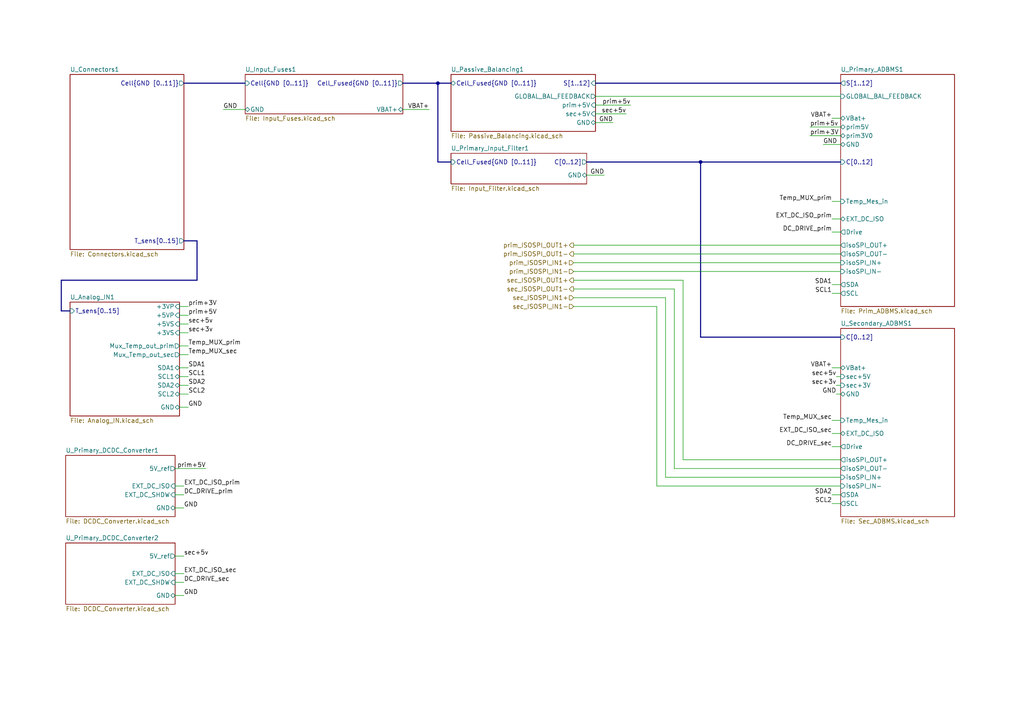
<source format=kicad_sch>
(kicad_sch (version 20230121) (generator eeschema)
  (paper "A4")
  (lib_symbols)
  (junction (at 203.2 46.99))
  (junction (at 127 24.13))
  (bus (pts (xy 127 24.13) (xy 130.81 24.13)))
  (wire (pts (xy 170.18 50.8) (xy 175.26 50.8)))
  (wire (pts (xy 50.8 147.32) (xy 53.34 147.32)))
  (wire (pts (xy 241.3 121.92) (xy 243.84 121.92)))
  (bus (pts (xy 127 46.99) (xy 130.81 46.99)))
  (wire (pts (xy 52.07 96.52) (xy 54.61 96.52)))
  (wire (pts (xy 241.3 82.55) (xy 243.84 82.55)))
  (bus (pts (xy 203.2 46.99) (xy 243.84 46.99)))
  (wire (pts (xy 52.07 91.44) (xy 54.61 91.44)))
  (wire (pts (xy 172.72 35.56) (xy 177.8 35.56)))
  (wire (pts (xy 50.8 140.97) (xy 53.34 140.97)))
  (bus (pts (xy 203.2 97.79) (xy 243.84 97.79)))
  (bus (pts (xy 53.34 24.13) (xy 71.12 24.13)))
  (wire (pts (xy 166.37 76.2) (xy 243.84 76.2)))
  (wire (pts (xy 241.3 34.29) (xy 243.84 34.29)))
  (bus (pts (xy 53.34 69.85) (xy 57.15 69.85)))
  (wire (pts (xy 241.3 63.5) (xy 243.84 63.5)))
  (wire (pts (xy 241.3 129.54) (xy 243.84 129.54)))
  (wire (pts (xy 198.12 81.28) (xy 198.12 133.35)))
  (wire (pts (xy 242.57 111.76) (xy 243.84 111.76)))
  (wire (pts (xy 166.37 86.36) (xy 193.04 86.36)))
  (wire (pts (xy 241.3 106.68) (xy 243.84 106.68)))
  (wire (pts (xy 52.07 106.68) (xy 54.61 106.68)))
  (wire (pts (xy 242.57 114.3) (xy 243.84 114.3)))
  (bus (pts (xy 127 24.13) (xy 127 46.99)))
  (bus (pts (xy 17.78 90.17) (xy 20.32 90.17)))
  (bus (pts (xy 57.15 69.85) (xy 57.15 81.28)))
  (wire (pts (xy 234.95 39.37) (xy 243.84 39.37)))
  (wire (pts (xy 50.8 168.91) (xy 53.34 168.91)))
  (wire (pts (xy 241.3 125.73) (xy 243.84 125.73)))
  (bus (pts (xy 17.78 81.28) (xy 17.78 90.17)))
  (wire (pts (xy 50.8 135.89) (xy 59.69 135.89)))
  (wire (pts (xy 198.12 133.35) (xy 243.84 133.35)))
  (wire (pts (xy 52.07 109.22) (xy 54.61 109.22)))
  (wire (pts (xy 166.37 78.74) (xy 243.84 78.74)))
  (wire (pts (xy 116.84 31.75) (xy 124.46 31.75)))
  (wire (pts (xy 166.37 73.66) (xy 243.84 73.66)))
  (bus (pts (xy 203.2 46.99) (xy 203.2 97.79)))
  (wire (pts (xy 52.07 88.9) (xy 54.61 88.9)))
  (wire (pts (xy 50.8 161.29) (xy 53.34 161.29)))
  (wire (pts (xy 166.37 71.12) (xy 243.84 71.12)))
  (wire (pts (xy 195.58 83.82) (xy 195.58 135.89)))
  (wire (pts (xy 172.72 27.94) (xy 243.84 27.94)))
  (wire (pts (xy 52.07 93.98) (xy 54.61 93.98)))
  (wire (pts (xy 241.3 143.51) (xy 243.84 143.51)))
  (wire (pts (xy 190.5 140.97) (xy 243.84 140.97)))
  (wire (pts (xy 242.57 109.22) (xy 243.84 109.22)))
  (wire (pts (xy 241.3 67.31) (xy 243.84 67.31)))
  (wire (pts (xy 241.3 146.05) (xy 243.84 146.05)))
  (wire (pts (xy 172.72 33.02) (xy 181.61 33.02)))
  (wire (pts (xy 190.5 88.9) (xy 190.5 140.97)))
  (bus (pts (xy 116.84 24.13) (xy 127 24.13)))
  (wire (pts (xy 195.58 135.89) (xy 243.84 135.89)))
  (wire (pts (xy 52.07 118.11) (xy 54.61 118.11)))
  (wire (pts (xy 172.72 30.48) (xy 182.88 30.48)))
  (bus (pts (xy 170.18 46.99) (xy 203.2 46.99)))
  (wire (pts (xy 50.8 143.51) (xy 53.34 143.51)))
  (wire (pts (xy 50.8 172.72) (xy 53.34 172.72)))
  (wire (pts (xy 193.04 138.43) (xy 243.84 138.43)))
  (wire (pts (xy 166.37 83.82) (xy 195.58 83.82)))
  (wire (pts (xy 52.07 111.76) (xy 54.61 111.76)))
  (wire (pts (xy 241.3 58.42) (xy 243.84 58.42)))
  (wire (pts (xy 241.3 85.09) (xy 243.84 85.09)))
  (wire (pts (xy 193.04 86.36) (xy 193.04 138.43)))
  (wire (pts (xy 52.07 114.3) (xy 54.61 114.3)))
  (wire (pts (xy 166.37 88.9) (xy 190.5 88.9)))
  (wire (pts (xy 50.8 166.37) (xy 53.34 166.37)))
  (wire (pts (xy 238.76 41.91) (xy 243.84 41.91)))
  (wire (pts (xy 64.77 31.75) (xy 71.12 31.75)))
  (bus (pts (xy 172.72 24.13) (xy 243.84 24.13)))
  (wire (pts (xy 52.07 100.33) (xy 54.61 100.33)))
  (wire (pts (xy 166.37 81.28) (xy 198.12 81.28)))
  (wire (pts (xy 52.07 102.87) (xy 54.61 102.87)))
  (wire (pts (xy 234.95 36.83) (xy 243.84 36.83)))
  (bus (pts (xy 17.78 81.28) (xy 57.15 81.28)))
  (label "Temp_MUX_prim" (at 241.3 58.42 180))
  (label "EXT_DC_ISO_prim" (at 53.34 140.97 0))
  (label "VBAT+" (at 241.3 106.68 180))
  (label "SDA2" (at 241.3 143.51 180))
  (label "GND" (at 53.34 172.72 0))
  (label "SDA1" (at 241.3 82.55 180))
  (label "EXT_DC_ISO_prim" (at 241.3 63.5 180))
  (label "GND" (at 177.8 35.56 180))
  (label "prim+5v" (at 234.95 36.83 0))
  (label "SDA2" (at 54.61 111.76 0))
  (label "GND" (at 54.61 118.11 0))
  (label "SCL2" (at 54.61 114.3 0))
  (label "SDA1" (at 54.61 106.68 0))
  (label "sec+3v" (at 54.61 96.52 0))
  (label "sec+5v" (at 181.61 33.02 180))
  (label "DC_DRIVE_sec" (at 53.34 168.91 0))
  (label "sec+5v" (at 53.34 161.29 0))
  (label "DC_DRIVE_prim" (at 53.34 143.51 0))
  (label "SCL1" (at 54.61 109.22 0))
  (label "prim+5v" (at 182.88 30.48 180))
  (label "Temp_MUX_sec" (at 54.61 102.87 0))
  (label "VBAT+" (at 124.46 31.75 180))
  (label "DC_DRIVE_sec" (at 241.3 129.54 180))
  (label "Temp_MUX_prim" (at 54.61 100.33 0))
  (label "sec+3v" (at 242.57 111.76 180))
  (label "sec+5v" (at 242.57 109.22 180))
  (label "GND" (at 64.77 31.75 0))
  (label "DC_DRIVE_prim" (at 241.3 67.31 180))
  (label "SCL2" (at 241.3 146.05 180))
  (label "GND" (at 242.57 114.3 180))
  (label "GND" (at 175.26 50.8 180))
  (label "prim+3V" (at 54.61 88.9 0))
  (label "prim+5V" (at 54.61 91.44 0))
  (label "VBAT+" (at 241.3 34.29 180))
  (label "EXT_DC_ISO_sec" (at 241.3 125.73 180))
  (label "prim+5V" (at 59.69 135.89 180))
  (label "prim+3V" (at 234.95 39.37 0))
  (label "GND" (at 238.76 41.91 0))
  (label "SCL1" (at 241.3 85.09 180))
  (label "sec+5v" (at 54.61 93.98 0))
  (label "EXT_DC_ISO_sec" (at 53.34 166.37 0))
  (label "GND" (at 53.34 147.32 0))
  (label "Temp_MUX_sec" (at 241.3 121.92 180))
  (hierarchical_label "prim_ISOSPI_OUT1+" (shape output) (at 166.37 71.12 180))
  (hierarchical_label "sec_ISOSPI_IN1-" (shape input) (at 166.37 88.9 180))
  (hierarchical_label "sec_ISOSPI_OUT1-" (shape output) (at 166.37 83.82 180))
  (hierarchical_label "sec_ISOSPI_IN1+" (shape input) (at 166.37 86.36 180))
  (hierarchical_label "prim_ISOSPI_IN1-" (shape input) (at 166.37 78.74 180))
  (hierarchical_label "prim_ISOSPI_IN1+" (shape input) (at 166.37 76.2 180))
  (hierarchical_label "prim_ISOSPI_OUT1-" (shape output) (at 166.37 73.66 180))
  (hierarchical_label "sec_ISOSPI_OUT1+" (shape output) (at 166.37 81.28 180))
  (sheet (at 19.05 157.48) (size 31.75 17.78) (stroke (width 0.1524))
    (property "Sheetname" "U_Primary_DCDC_Converter2" (at 19.05 156.7684 0) (effects (justify left bottom)))
    (property "Sheetfile" "DCDC_Converter.kicad_sch" (at 19.05 175.8446 0) (effects (justify left top)))
    (pin "5V_ref" output (at 50.8 161.29 0))
    (pin "EXT_DC_ISO" input (at 50.8 166.37 0))
    (pin "­­EXT_DC_SHDW" input (at 50.8 168.91 0))
    (pin "GND" bidirectional (at 50.8 172.72 0))
  )
  (sheet (at 130.81 44.45) (size 39.37 8.89) (stroke (width 0.1524))
    (property "Sheetname" "U_Primary_Input_Filter1" (at 130.81 43.7384 0) (effects (justify left bottom)))
    (property "Sheetfile" "Input_Filter.kicad_sch" (at 130.81 53.9246 0) (effects (justify left top)))
    (pin "Cell_Fused{GND [0..11]}" input (at 130.81 46.99 180))
    (pin "C[0..12]" output (at 170.18 46.99 0))
    (pin "GND" bidirectional (at 170.18 50.8 0))
  )
  (sheet (at 243.84 95.25) (size 33.02 54.61) (stroke (width 0.1524))
    (property "Sheetname" "U_Secondary_ADBMS1" (at 243.84 94.5384 0) (effects (justify left bottom)))
    (property "Sheetfile" "Sec_ADBMS.kicad_sch" (at 243.84 150.4446 0) (effects (justify left top)))
    (pin "EXT_DC_ISO" bidirectional (at 243.84 125.73 180))
    (pin "Drive" output (at 243.84 129.54 180))
    (pin "isoSPI_OUT+" output (at 243.84 133.35 180))
    (pin "isoSPI_OUT-" output (at 243.84 135.89 180))
    (pin "isoSPI_IN+" input (at 243.84 138.43 180))
    (pin "isoSPI_IN-" input (at 243.84 140.97 180))
    (pin "SDA" output (at 243.84 143.51 180))
    (pin "SCL" output (at 243.84 146.05 180))
    (pin "C[0..12]" input (at 243.84 97.79 180))
    (pin "sec+5V" input (at 243.84 109.22 180))
    (pin "sec+3V" input (at 243.84 111.76 180))
    (pin "Temp_Mes_in" input (at 243.84 121.92 180))
    (pin "VBat+" bidirectional (at 243.84 106.68 180))
    (pin "GND" bidirectional (at 243.84 114.3 180))
  )
  (sheet (at 20.32 87.63) (size 31.75 33.02) (stroke (width 0.1524))
    (property "Sheetname" "U_Analog_IN1" (at 20.32 86.9184 0) (effects (justify left bottom)))
    (property "Sheetfile" "Analog_IN.kicad_sch" (at 20.32 121.2346 0) (effects (justify left top)))
    (pin "+3VP" input (at 52.07 88.9 0))
    (pin "T_sens[0..15]" input (at 20.32 90.17 180))
    (pin "+5VS" input (at 52.07 93.98 0))
    (pin "SCL2" bidirectional (at 52.07 114.3 0))
    (pin "SDA2" bidirectional (at 52.07 111.76 0))
    (pin "SCL1" bidirectional (at 52.07 109.22 0))
    (pin "SDA1" bidirectional (at 52.07 106.68 0))
    (pin "+5VP" input (at 52.07 91.44 0))
    (pin "Mux_Temp_out_sec" output (at 52.07 102.87 0))
    (pin "Mux_Temp_out_prim" output (at 52.07 100.33 0))
    (pin "+3VS" input (at 52.07 96.52 0))
    (pin "GND" bidirectional (at 52.07 118.11 0))
  )
  (sheet (at 243.84 21.59) (size 33.02 67.31) (stroke (width 0.1524))
    (property "Sheetname" "U_Primary_ADBMS1" (at 243.84 20.8784 0) (effects (justify left bottom)))
    (property "Sheetfile" "Prim_ADBMS.kicad_sch" (at 243.84 89.4846 0) (effects (justify left top)))
    (pin "EXT_DC_ISO" bidirectional (at 243.84 63.5 180))
    (pin "Drive" output (at 243.84 67.31 180))
    (pin "isoSPI_OUT+" output (at 243.84 71.12 180))
    (pin "isoSPI_OUT-" output (at 243.84 73.66 180))
    (pin "isoSPI_IN+" input (at 243.84 76.2 180))
    (pin "isoSPI_IN-" input (at 243.84 78.74 180))
    (pin "SDA" output (at 243.84 82.55 180))
    (pin "SCL" output (at 243.84 85.09 180))
    (pin "C[0..12]" input (at 243.84 46.99 180))
    (pin "S[1..12]" output (at 243.84 24.13 180))
    (pin "GLOBAL_BAL_FEEDBACK" input (at 243.84 27.94 180))
    (pin "Temp_Mes_in" input (at 243.84 58.42 180))
    (pin "prim5V" bidirectional (at 243.84 36.83 180))
    (pin "GND" bidirectional (at 243.84 41.91 180))
    (pin "prim3V0" bidirectional (at 243.84 39.37 180))
    (pin "VBat+" bidirectional (at 243.84 34.29 180))
  )
  (sheet (at 71.12 21.59) (size 45.72 11.43) (stroke (width 0.1524))
    (property "Sheetname" "U_Input_Fuses1" (at 71.12 20.8784 0) (effects (justify left bottom)))
    (property "Sheetfile" "Input_Fuses.kicad_sch" (at 71.12 33.6046 0) (effects (justify left top)))
    (pin "Cell{GND [0..11]}" input (at 71.12 24.13 180))
    (pin "Cell_Fused{GND [0..11]}" output (at 116.84 24.13 0))
    (pin "GND" bidirectional (at 71.12 31.75 180))
    (pin "VBAT+" bidirectional (at 116.84 31.75 0))
  )
  (sheet (at 130.81 21.59) (size 41.91 16.51) (stroke (width 0.1524))
    (property "Sheetname" "U_Passive_Balancing1" (at 130.81 20.8784 0) (effects (justify left bottom)))
    (property "Sheetfile" "Passive_Balancing.kicad_sch" (at 130.81 38.6846 0) (effects (justify left top)))
    (pin "Cell_Fused{GND [0..11]}" bidirectional (at 130.81 24.13 180))
    (pin "S[1..12]" input (at 172.72 24.13 0))
    (pin "GLOBAL_BAL_FEEDBACK" output (at 172.72 27.94 0))
    (pin "sec+5V" input (at 172.72 33.02 0))
    (pin "prim+5V" input (at 172.72 30.48 0))
    (pin "GND" bidirectional (at 172.72 35.56 0))
  )
  (sheet (at 20.32 21.59) (size 33.02 50.8) (stroke (width 0.1524))
    (property "Sheetname" "U_Connectors1" (at 20.32 20.8784 0) (effects (justify left bottom)))
    (property "Sheetfile" "Connectors.kicad_sch" (at 20.32 72.9746 0) (effects (justify left top)))
    (pin "Cell{GND [0..11]}" output (at 53.34 24.13 0))
    (pin "T_sens[0..15]" output (at 53.34 69.85 0))
  )
  (sheet (at 19.05 132.08) (size 31.75 17.78) (stroke (width 0.1524))
    (property "Sheetname" "U_Primary_DCDC_Converter1" (at 19.05 131.3684 0) (effects (justify left bottom)))
    (property "Sheetfile" "DCDC_Converter.kicad_sch" (at 19.05 150.4446 0) (effects (justify left top)))
    (pin "5V_ref" output (at 50.8 135.89 0))
    (pin "EXT_DC_ISO" input (at 50.8 140.97 0))
    (pin "­­EXT_DC_SHDW" input (at 50.8 143.51 0))
    (pin "GND" bidirectional (at 50.8 147.32 0))
  )
)
</source>
